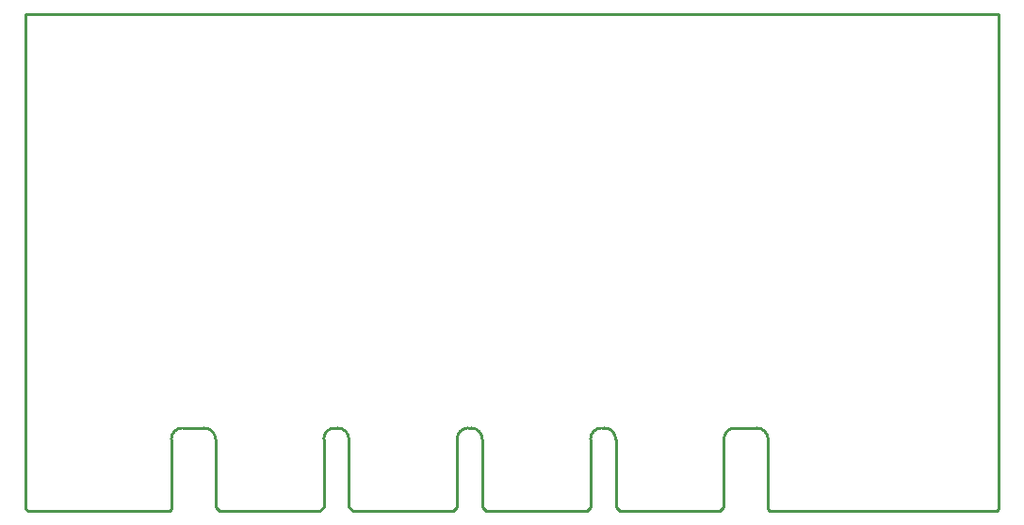
<source format=gbr>
%TF.GenerationSoftware,KiCad,Pcbnew,(6.0.10)*%
%TF.CreationDate,2023-02-27T01:31:51-05:00*%
%TF.ProjectId,vehicle side connector,76656869-636c-4652-9073-69646520636f,rev?*%
%TF.SameCoordinates,Original*%
%TF.FileFunction,Profile,NP*%
%FSLAX46Y46*%
G04 Gerber Fmt 4.6, Leading zero omitted, Abs format (unit mm)*
G04 Created by KiCad (PCBNEW (6.0.10)) date 2023-02-27 01:31:51*
%MOMM*%
%LPD*%
G01*
G04 APERTURE LIST*
%TA.AperFunction,Profile*%
%ADD10C,0.250000*%
%TD*%
G04 APERTURE END LIST*
D10*
X121315000Y-109289400D02*
G75*
G03*
X120315000Y-110289375I0J-1000000D01*
G01*
X124640624Y-116770674D02*
X133649376Y-116770674D01*
X135010000Y-109289400D02*
G75*
G03*
X134010000Y-110289375I0J-1000000D01*
G01*
X124280000Y-116410050D02*
X124640624Y-116770674D01*
X134010000Y-116410050D02*
X134010000Y-110289375D01*
X136630624Y-116770674D02*
X145639376Y-116770674D01*
X107418848Y-116770674D02*
X120131152Y-116770674D01*
X148260000Y-110289375D02*
X148260000Y-116410050D01*
X120315000Y-116586827D02*
X120315000Y-110289375D01*
X121315000Y-109289375D02*
X123280000Y-109289375D01*
X148260025Y-110289375D02*
G75*
G03*
X147260000Y-109289375I-1000025J-25D01*
G01*
X158990000Y-109289400D02*
G75*
G03*
X157990000Y-110289375I0J-1000000D01*
G01*
X194645000Y-72039375D02*
X107235000Y-72039375D01*
X136270025Y-110289375D02*
G75*
G03*
X135270000Y-109289375I-1000025J-25D01*
G01*
X107235000Y-116586827D02*
X107418848Y-116770674D01*
X157629376Y-116770674D02*
X157990000Y-116410050D01*
X173945000Y-110289375D02*
X173945000Y-116586827D01*
X158990000Y-109289375D02*
X159250000Y-109289375D01*
X135010000Y-109289375D02*
X135270000Y-109289375D01*
X160250025Y-110289375D02*
G75*
G03*
X159250000Y-109289375I-1000025J-25D01*
G01*
X160250000Y-110289375D02*
X160250000Y-116410050D01*
X169619376Y-116770674D02*
X169980000Y-116410050D01*
X120131152Y-116770674D02*
X120315000Y-116586827D01*
X169980000Y-116410050D02*
X169980000Y-110289375D01*
X147000000Y-109289400D02*
G75*
G03*
X146000000Y-110289375I0J-1000000D01*
G01*
X124280000Y-110289375D02*
X124280000Y-116410050D01*
X170980000Y-109289400D02*
G75*
G03*
X169980000Y-110289375I0J-1000000D01*
G01*
X148260000Y-116410050D02*
X148620624Y-116770674D01*
X147000000Y-109289375D02*
X147260000Y-109289375D01*
X124280025Y-110289375D02*
G75*
G03*
X123280000Y-109289375I-1000025J-25D01*
G01*
X194461152Y-116770674D02*
X194645000Y-116586827D01*
X160610624Y-116770674D02*
X169619376Y-116770674D01*
X194645000Y-116586827D02*
X194645000Y-72039375D01*
X136270000Y-110289375D02*
X136270000Y-116410050D01*
X133649376Y-116770674D02*
X134010000Y-116410050D01*
X160250000Y-116410050D02*
X160610624Y-116770674D01*
X136270000Y-116410050D02*
X136630624Y-116770674D01*
X148620624Y-116770674D02*
X157629376Y-116770674D01*
X174128848Y-116770674D02*
X194461152Y-116770674D01*
X173945025Y-110289375D02*
G75*
G03*
X172945000Y-109289375I-1000025J-25D01*
G01*
X173945000Y-116586827D02*
X174128848Y-116770674D01*
X145639376Y-116770674D02*
X146000000Y-116410050D01*
X146000000Y-116410050D02*
X146000000Y-110289375D01*
X170980000Y-109289375D02*
X172945000Y-109289375D01*
X107235000Y-72039375D02*
X107235000Y-116586827D01*
X157990000Y-116410050D02*
X157990000Y-110289375D01*
M02*

</source>
